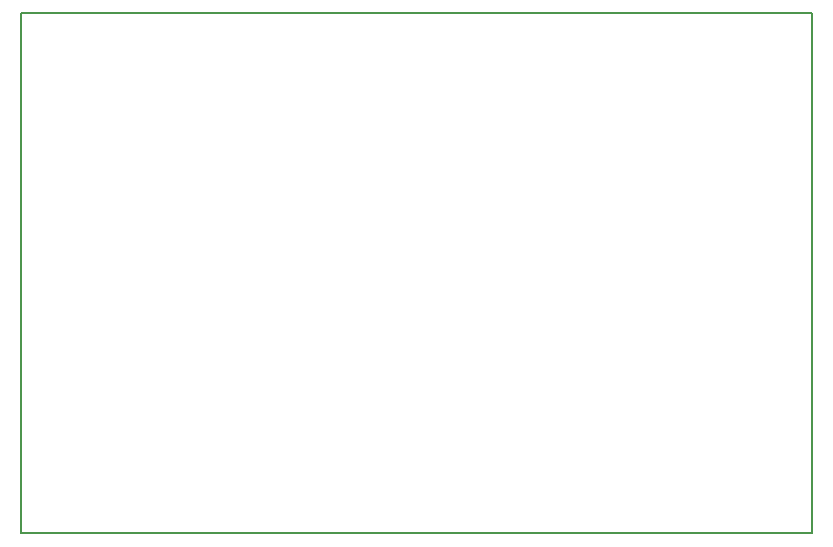
<source format=gbr>
G04 #@! TF.GenerationSoftware,KiCad,Pcbnew,(5.0.1-3-g963ef8bb5)*
G04 #@! TF.CreationDate,2018-12-14T14:37:57+01:00*
G04 #@! TF.ProjectId,WifiDoorBell-D1-mini,57696669446F6F7242656C6C2D44312D,1*
G04 #@! TF.SameCoordinates,Original*
G04 #@! TF.FileFunction,Profile,NP*
%FSLAX46Y46*%
G04 Gerber Fmt 4.6, Leading zero omitted, Abs format (unit mm)*
G04 Created by KiCad (PCBNEW (5.0.1-3-g963ef8bb5)) date Freitag, 14. Dezember 2018 um 14:37:57*
%MOMM*%
%LPD*%
G01*
G04 APERTURE LIST*
%ADD10C,0.150000*%
G04 APERTURE END LIST*
D10*
X59000000Y-121500000D02*
X59000000Y-77500000D01*
X126000000Y-121500000D02*
X59000000Y-121500000D01*
X126000000Y-77500000D02*
X126000000Y-121500000D01*
X59000000Y-77500000D02*
X126000000Y-77500000D01*
M02*

</source>
